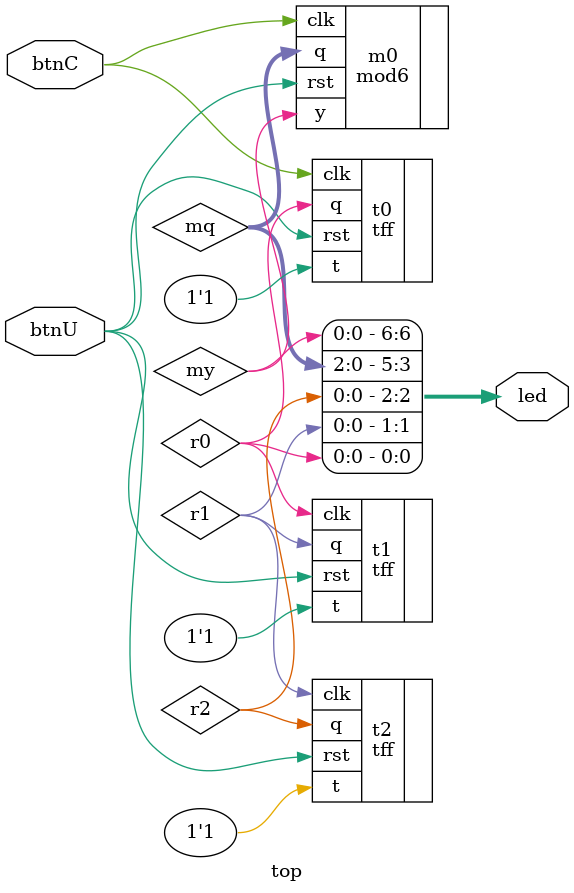
<source format=v>
module top(
    input       btnU,
    input       btnC,
    output [6:0] led
);
    wire r0;
    wire r1;
    wire r2;

    tff t0(
        .t(1'b1),
        .clk(btnC),
        .rst(btnU),
        .q(r0)
    );

    tff t1(
        .t(1'b1),
        .clk(r0),
        .rst(btnU),
        .q(r1)
    );

    tff t2(
        .t(1'b1),
        .clk(r1),
        .rst(btnU),
        .q(r2)
    );

    wire [2:0] mq;
    wire       my;

    mod6 m0(
        .clk(btnC),
        .rst(btnU),
        .q(mq),
        .y(my)
    );

    assign led[0] = r0;
    assign led[1] = r1;
    assign led[2] = r2;
    assign led[3] = mq[0];
    assign led[4] = mq[1];
    assign led[5] = mq[2];
    assign led[6] = my;
endmodule

</source>
